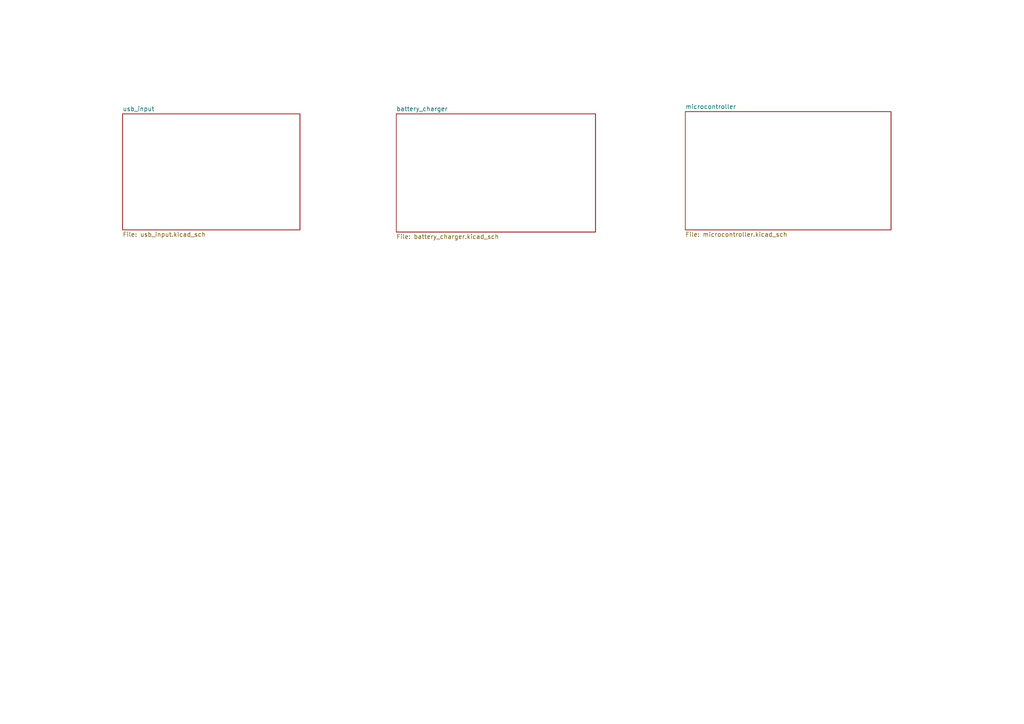
<source format=kicad_sch>
(kicad_sch (version 20230121) (generator eeschema)
  (paper "A4")
  (lib_symbols)
  (sheet (at 198.755 32.385) (size 59.69 34.29) (stroke (width 0.1524))
    (property "Sheetname" "microcontroller" (at 198.755 31.6734 0) (effects (justify left bottom)))
    (property "Sheetfile" "microcontroller.kicad_sch" (at 198.755 67.2596 0) (effects (justify left top)))
  )
  (sheet (at 114.935 33.02) (size 57.785 34.29) (stroke (width 0.1524))
    (property "Sheetname" "battery_charger" (at 114.935 32.3084 0) (effects (justify left bottom)))
    (property "Sheetfile" "battery_charger.kicad_sch" (at 114.935 67.8946 0) (effects (justify left top)))
  )
  (sheet (at 35.56 33.02) (size 51.435 33.655) (stroke (width 0.1524))
    (property "Sheetname" "usb_input" (at 35.56 32.3084 0) (effects (justify left bottom)))
    (property "Sheetfile" "usb_input.kicad_sch" (at 35.56 67.2596 0) (effects (justify left top)))
  )
)
</source>
